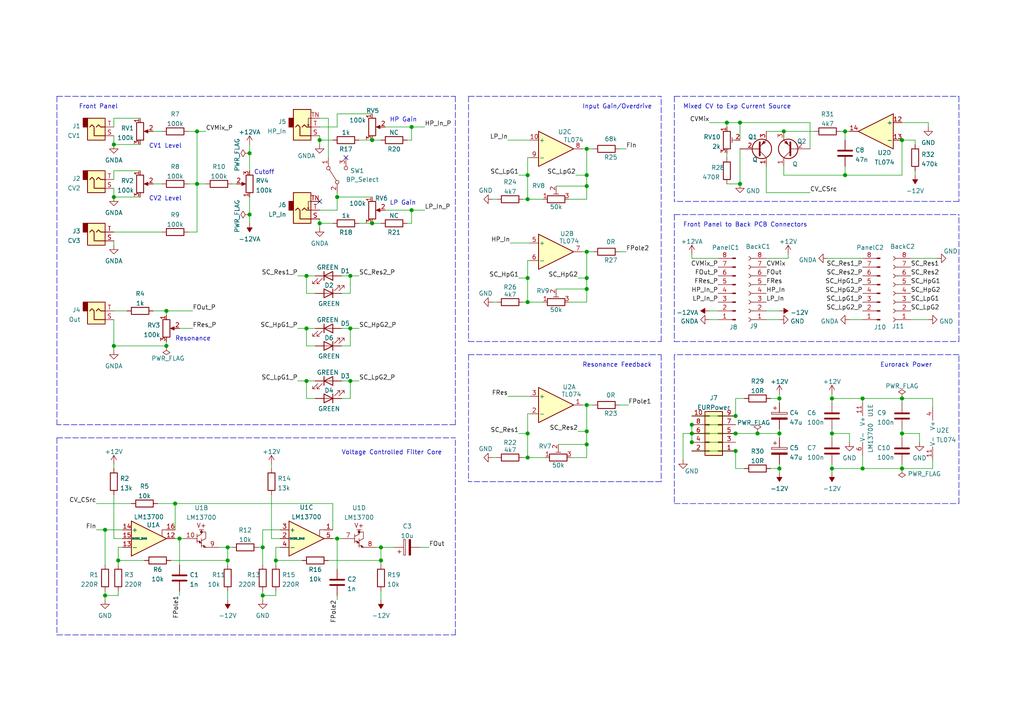
<source format=kicad_sch>
(kicad_sch (version 20210615) (generator eeschema)
  (paper "A4")
  (title_block (title "MS20 Plus - Voltage Controlled Filter") (rev "Rev1") (company "The Synth Project"))
  (junction (at 30.48 153.67) (diameter 1.016))
  (junction (at 30.48 172.72) (diameter 1.016))
  (junction (at 33.02 41.91) (diameter 1.016))
  (junction (at 33.02 57.15) (diameter 1.016))
  (junction (at 33.02 100.33) (diameter 1.016))
  (junction (at 34.29 162.56) (diameter 1.016))
  (junction (at 48.26 90.17) (diameter 1.016))
  (junction (at 48.26 100.33) (diameter 1.016))
  (junction (at 50.8 146.05) (diameter 1.016))
  (junction (at 52.07 156.21) (diameter 1.016))
  (junction (at 57.15 38.1) (diameter 1.016))
  (junction (at 57.15 53.34) (diameter 1.016))
  (junction (at 66.04 158.75) (diameter 1.016))
  (junction (at 66.04 162.56) (diameter 1.016))
  (junction (at 72.39 44.45) (diameter 1.016))
  (junction (at 72.39 62.23) (diameter 1.016))
  (junction (at 76.2 158.75) (diameter 1.016))
  (junction (at 76.2 172.72) (diameter 1.016))
  (junction (at 80.01 162.56) (diameter 1.016))
  (junction (at 88.9 80.01) (diameter 1.016))
  (junction (at 88.9 95.25) (diameter 1.016))
  (junction (at 88.9 110.49) (diameter 1.016))
  (junction (at 92.71 40.64) (diameter 1.016))
  (junction (at 92.71 64.77) (diameter 1.016))
  (junction (at 97.79 57.15) (diameter 1.016))
  (junction (at 97.79 156.21) (diameter 1.016))
  (junction (at 101.6 80.01) (diameter 1.016))
  (junction (at 101.6 95.25) (diameter 1.016))
  (junction (at 101.6 110.49) (diameter 1.016))
  (junction (at 107.95 40.64) (diameter 1.016))
  (junction (at 107.95 64.77) (diameter 1.016))
  (junction (at 110.49 158.75) (diameter 1.016))
  (junction (at 110.49 162.56) (diameter 1.016))
  (junction (at 119.38 36.83) (diameter 1.016))
  (junction (at 119.38 60.96) (diameter 1.016))
  (junction (at 153.035 50.8) (diameter 1.016))
  (junction (at 153.035 57.785) (diameter 1.016))
  (junction (at 153.035 80.645) (diameter 1.016))
  (junction (at 153.035 87.63) (diameter 1.016))
  (junction (at 153.035 125.73) (diameter 1.016))
  (junction (at 153.035 132.715) (diameter 1.016))
  (junction (at 170.18 43.18) (diameter 1.016))
  (junction (at 170.18 50.8) (diameter 1.016))
  (junction (at 170.18 53.975) (diameter 1.016))
  (junction (at 170.18 73.025) (diameter 1.016))
  (junction (at 170.18 80.645) (diameter 1.016))
  (junction (at 170.18 83.82) (diameter 1.016))
  (junction (at 170.18 117.475) (diameter 1.016))
  (junction (at 170.18 125.095) (diameter 1.016))
  (junction (at 170.18 128.905) (diameter 1.016))
  (junction (at 200.66 123.19) (diameter 1.016))
  (junction (at 200.66 125.73) (diameter 1.016))
  (junction (at 200.66 128.27) (diameter 1.016))
  (junction (at 210.82 35.56) (diameter 1.016))
  (junction (at 213.36 120.65) (diameter 1.016))
  (junction (at 213.36 125.73) (diameter 1.016))
  (junction (at 213.36 130.81) (diameter 1.016))
  (junction (at 214.63 35.56) (diameter 1.016))
  (junction (at 214.63 53.34) (diameter 1.016))
  (junction (at 219.71 125.73) (diameter 1.016))
  (junction (at 226.06 115.57) (diameter 1.016))
  (junction (at 226.06 125.73) (diameter 1.016))
  (junction (at 226.06 135.89) (diameter 1.016))
  (junction (at 227.33 38.1) (diameter 1.016))
  (junction (at 241.3 115.57) (diameter 1.016))
  (junction (at 241.3 125.73) (diameter 1.016))
  (junction (at 241.3 135.89) (diameter 1.016))
  (junction (at 245.11 38.1) (diameter 1.016))
  (junction (at 245.11 50.8) (diameter 1.016))
  (junction (at 250.19 115.57) (diameter 1.016))
  (junction (at 250.19 135.89) (diameter 1.016))
  (junction (at 261.62 40.64) (diameter 1.016))
  (junction (at 261.62 115.57) (diameter 1.016))
  (junction (at 261.62 125.73) (diameter 1.016))
  (junction (at 261.62 135.89) (diameter 1.016))
  (no_connect (at 92.71 58.42))
  (no_connect (at 100.33 45.72))
  (wire (pts (xy 27.94 146.05) (xy 38.1 146.05)))
  (wire (pts (xy 27.94 153.67) (xy 30.48 153.67)))
  (wire (pts (xy 30.48 153.67) (xy 30.48 163.83)))
  (wire (pts (xy 30.48 171.45) (xy 30.48 172.72)))
  (wire (pts (xy 30.48 172.72) (xy 30.48 173.99)))
  (wire (pts (xy 30.48 172.72) (xy 34.29 172.72)))
  (wire (pts (xy 33.02 34.29) (xy 40.64 34.29)))
  (wire (pts (xy 33.02 36.83) (xy 33.02 34.29)))
  (wire (pts (xy 33.02 39.37) (xy 33.02 41.91)))
  (wire (pts (xy 33.02 41.91) (xy 40.64 41.91)))
  (wire (pts (xy 33.02 49.53) (xy 40.64 49.53)))
  (wire (pts (xy 33.02 52.07) (xy 33.02 49.53)))
  (wire (pts (xy 33.02 54.61) (xy 33.02 57.15)))
  (wire (pts (xy 33.02 57.15) (xy 40.64 57.15)))
  (wire (pts (xy 33.02 67.31) (xy 46.99 67.31)))
  (wire (pts (xy 33.02 69.85) (xy 33.02 71.12)))
  (wire (pts (xy 33.02 90.17) (xy 36.83 90.17)))
  (wire (pts (xy 33.02 92.71) (xy 33.02 100.33)))
  (wire (pts (xy 33.02 101.6) (xy 33.02 100.33)))
  (wire (pts (xy 33.02 134.62) (xy 33.02 135.89)))
  (wire (pts (xy 33.02 143.51) (xy 33.02 156.21)))
  (wire (pts (xy 33.02 156.21) (xy 35.56 156.21)))
  (wire (pts (xy 34.29 158.75) (xy 34.29 162.56)))
  (wire (pts (xy 34.29 158.75) (xy 35.56 158.75)))
  (wire (pts (xy 34.29 162.56) (xy 34.29 163.83)))
  (wire (pts (xy 34.29 162.56) (xy 41.91 162.56)))
  (wire (pts (xy 34.29 172.72) (xy 34.29 171.45)))
  (wire (pts (xy 35.56 153.67) (xy 30.48 153.67)))
  (wire (pts (xy 44.45 38.1) (xy 46.99 38.1)))
  (wire (pts (xy 44.45 53.34) (xy 46.99 53.34)))
  (wire (pts (xy 44.45 90.17) (xy 48.26 90.17)))
  (wire (pts (xy 45.72 146.05) (xy 50.8 146.05)))
  (wire (pts (xy 48.26 90.17) (xy 55.88 90.17)))
  (wire (pts (xy 48.26 91.44) (xy 48.26 90.17)))
  (wire (pts (xy 48.26 99.06) (xy 48.26 100.33)))
  (wire (pts (xy 48.26 100.33) (xy 33.02 100.33)))
  (wire (pts (xy 49.53 162.56) (xy 66.04 162.56)))
  (wire (pts (xy 50.8 146.05) (xy 96.52 146.05)))
  (wire (pts (xy 50.8 153.67) (xy 50.8 146.05)))
  (wire (pts (xy 50.8 156.21) (xy 52.07 156.21)))
  (wire (pts (xy 52.07 95.25) (xy 55.88 95.25)))
  (wire (pts (xy 52.07 156.21) (xy 52.07 163.83)))
  (wire (pts (xy 52.07 156.21) (xy 53.34 156.21)))
  (wire (pts (xy 52.07 172.72) (xy 52.07 171.45)))
  (wire (pts (xy 54.61 38.1) (xy 57.15 38.1)))
  (wire (pts (xy 54.61 67.31) (xy 57.15 67.31)))
  (wire (pts (xy 57.15 38.1) (xy 57.15 53.34)))
  (wire (pts (xy 57.15 38.1) (xy 59.69 38.1)))
  (wire (pts (xy 57.15 53.34) (xy 54.61 53.34)))
  (wire (pts (xy 57.15 53.34) (xy 59.69 53.34)))
  (wire (pts (xy 57.15 67.31) (xy 57.15 53.34)))
  (wire (pts (xy 63.5 158.75) (xy 66.04 158.75)))
  (wire (pts (xy 66.04 158.75) (xy 66.04 162.56)))
  (wire (pts (xy 66.04 158.75) (xy 67.31 158.75)))
  (wire (pts (xy 66.04 162.56) (xy 66.04 163.83)))
  (wire (pts (xy 66.04 171.45) (xy 66.04 173.99)))
  (wire (pts (xy 67.31 53.34) (xy 68.58 53.34)))
  (wire (pts (xy 72.39 41.91) (xy 72.39 44.45)))
  (wire (pts (xy 72.39 44.45) (xy 72.39 49.53)))
  (wire (pts (xy 72.39 57.15) (xy 72.39 62.23)))
  (wire (pts (xy 72.39 62.23) (xy 72.39 64.77)))
  (wire (pts (xy 74.93 158.75) (xy 76.2 158.75)))
  (wire (pts (xy 76.2 153.67) (xy 81.28 153.67)))
  (wire (pts (xy 76.2 158.75) (xy 76.2 153.67)))
  (wire (pts (xy 76.2 163.83) (xy 76.2 158.75)))
  (wire (pts (xy 76.2 171.45) (xy 76.2 172.72)))
  (wire (pts (xy 76.2 172.72) (xy 76.2 173.99)))
  (wire (pts (xy 76.2 172.72) (xy 80.01 172.72)))
  (wire (pts (xy 78.74 134.62) (xy 78.74 135.89)))
  (wire (pts (xy 78.74 143.51) (xy 78.74 156.21)))
  (wire (pts (xy 78.74 156.21) (xy 81.28 156.21)))
  (wire (pts (xy 80.01 158.75) (xy 80.01 162.56)))
  (wire (pts (xy 80.01 162.56) (xy 80.01 163.83)))
  (wire (pts (xy 80.01 162.56) (xy 87.63 162.56)))
  (wire (pts (xy 80.01 172.72) (xy 80.01 171.45)))
  (wire (pts (xy 81.28 158.75) (xy 80.01 158.75)))
  (wire (pts (xy 86.36 80.01) (xy 88.9 80.01)))
  (wire (pts (xy 86.36 95.25) (xy 88.9 95.25)))
  (wire (pts (xy 86.36 110.49) (xy 88.9 110.49)))
  (wire (pts (xy 88.9 80.01) (xy 88.9 85.09)))
  (wire (pts (xy 88.9 85.09) (xy 91.44 85.09)))
  (wire (pts (xy 88.9 95.25) (xy 88.9 100.33)))
  (wire (pts (xy 88.9 100.33) (xy 91.44 100.33)))
  (wire (pts (xy 88.9 110.49) (xy 88.9 115.57)))
  (wire (pts (xy 88.9 115.57) (xy 91.44 115.57)))
  (wire (pts (xy 91.44 80.01) (xy 88.9 80.01)))
  (wire (pts (xy 91.44 95.25) (xy 88.9 95.25)))
  (wire (pts (xy 91.44 110.49) (xy 88.9 110.49)))
  (wire (pts (xy 92.71 36.83) (xy 97.79 36.83)))
  (wire (pts (xy 92.71 39.37) (xy 92.71 40.64)))
  (wire (pts (xy 92.71 40.64) (xy 92.71 41.91)))
  (wire (pts (xy 92.71 40.64) (xy 96.52 40.64)))
  (wire (pts (xy 92.71 63.5) (xy 92.71 64.77)))
  (wire (pts (xy 92.71 64.77) (xy 92.71 66.04)))
  (wire (pts (xy 92.71 64.77) (xy 96.52 64.77)))
  (wire (pts (xy 95.25 34.29) (xy 92.71 34.29)))
  (wire (pts (xy 95.25 45.72) (xy 95.25 34.29)))
  (wire (pts (xy 95.25 162.56) (xy 110.49 162.56)))
  (wire (pts (xy 96.52 146.05) (xy 96.52 153.67)))
  (wire (pts (xy 96.52 156.21) (xy 97.79 156.21)))
  (wire (pts (xy 97.79 33.02) (xy 107.95 33.02)))
  (wire (pts (xy 97.79 36.83) (xy 97.79 33.02)))
  (wire (pts (xy 97.79 55.88) (xy 97.79 57.15)))
  (wire (pts (xy 97.79 57.15) (xy 97.79 60.96)))
  (wire (pts (xy 97.79 60.96) (xy 92.71 60.96)))
  (wire (pts (xy 97.79 156.21) (xy 97.79 165.1)))
  (wire (pts (xy 97.79 156.21) (xy 99.06 156.21)))
  (wire (pts (xy 97.79 173.99) (xy 97.79 172.72)))
  (wire (pts (xy 99.06 80.01) (xy 101.6 80.01)))
  (wire (pts (xy 99.06 85.09) (xy 101.6 85.09)))
  (wire (pts (xy 99.06 95.25) (xy 101.6 95.25)))
  (wire (pts (xy 99.06 100.33) (xy 101.6 100.33)))
  (wire (pts (xy 99.06 110.49) (xy 101.6 110.49)))
  (wire (pts (xy 99.06 115.57) (xy 101.6 115.57)))
  (wire (pts (xy 101.6 80.01) (xy 104.14 80.01)))
  (wire (pts (xy 101.6 85.09) (xy 101.6 80.01)))
  (wire (pts (xy 101.6 95.25) (xy 104.14 95.25)))
  (wire (pts (xy 101.6 100.33) (xy 101.6 95.25)))
  (wire (pts (xy 101.6 110.49) (xy 104.14 110.49)))
  (wire (pts (xy 101.6 115.57) (xy 101.6 110.49)))
  (wire (pts (xy 104.14 40.64) (xy 107.95 40.64)))
  (wire (pts (xy 104.14 64.77) (xy 107.95 64.77)))
  (wire (pts (xy 107.95 40.64) (xy 110.49 40.64)))
  (wire (pts (xy 107.95 57.15) (xy 97.79 57.15)))
  (wire (pts (xy 107.95 64.77) (xy 110.49 64.77)))
  (wire (pts (xy 109.22 158.75) (xy 110.49 158.75)))
  (wire (pts (xy 110.49 158.75) (xy 114.3 158.75)))
  (wire (pts (xy 110.49 162.56) (xy 110.49 158.75)))
  (wire (pts (xy 110.49 162.56) (xy 110.49 163.83)))
  (wire (pts (xy 110.49 171.45) (xy 110.49 173.99)))
  (wire (pts (xy 111.76 36.83) (xy 119.38 36.83)))
  (wire (pts (xy 111.76 60.96) (xy 119.38 60.96)))
  (wire (pts (xy 118.11 40.64) (xy 119.38 40.64)))
  (wire (pts (xy 118.11 64.77) (xy 119.38 64.77)))
  (wire (pts (xy 119.38 36.83) (xy 123.19 36.83)))
  (wire (pts (xy 119.38 40.64) (xy 119.38 36.83)))
  (wire (pts (xy 119.38 60.96) (xy 119.38 64.77)))
  (wire (pts (xy 119.38 60.96) (xy 123.19 60.96)))
  (wire (pts (xy 121.92 158.75) (xy 124.46 158.75)))
  (wire (pts (xy 142.875 57.785) (xy 144.145 57.785)))
  (wire (pts (xy 142.875 87.63) (xy 144.145 87.63)))
  (wire (pts (xy 142.875 132.715) (xy 144.145 132.715)))
  (wire (pts (xy 147.32 40.64) (xy 153.67 40.64)))
  (wire (pts (xy 147.32 114.935) (xy 153.67 114.935)))
  (wire (pts (xy 147.955 70.485) (xy 153.67 70.485)))
  (wire (pts (xy 150.495 50.8) (xy 153.035 50.8)))
  (wire (pts (xy 150.495 80.645) (xy 153.035 80.645)))
  (wire (pts (xy 150.495 125.73) (xy 153.035 125.73)))
  (wire (pts (xy 151.765 57.785) (xy 153.035 57.785)))
  (wire (pts (xy 151.765 87.63) (xy 153.035 87.63)))
  (wire (pts (xy 151.765 132.715) (xy 153.035 132.715)))
  (wire (pts (xy 153.035 45.72) (xy 153.67 45.72)))
  (wire (pts (xy 153.035 50.8) (xy 153.035 45.72)))
  (wire (pts (xy 153.035 57.785) (xy 153.035 50.8)))
  (wire (pts (xy 153.035 75.565) (xy 153.035 80.645)))
  (wire (pts (xy 153.035 80.645) (xy 153.035 87.63)))
  (wire (pts (xy 153.035 120.015) (xy 153.035 125.73)))
  (wire (pts (xy 153.035 125.73) (xy 153.035 132.715)))
  (wire (pts (xy 153.67 75.565) (xy 153.035 75.565)))
  (wire (pts (xy 153.67 120.015) (xy 153.035 120.015)))
  (wire (pts (xy 157.48 57.785) (xy 153.035 57.785)))
  (wire (pts (xy 157.48 87.63) (xy 153.035 87.63)))
  (wire (pts (xy 158.115 132.715) (xy 153.035 132.715)))
  (wire (pts (xy 161.29 53.975) (xy 170.18 53.975)))
  (wire (pts (xy 161.29 83.82) (xy 170.18 83.82)))
  (wire (pts (xy 161.925 128.905) (xy 170.18 128.905)))
  (wire (pts (xy 168.91 43.18) (xy 170.18 43.18)))
  (wire (pts (xy 168.91 73.025) (xy 170.18 73.025)))
  (wire (pts (xy 168.91 117.475) (xy 170.18 117.475)))
  (wire (pts (xy 170.18 43.18) (xy 170.18 50.8)))
  (wire (pts (xy 170.18 43.18) (xy 172.085 43.18)))
  (wire (pts (xy 170.18 50.8) (xy 167.005 50.8)))
  (wire (pts (xy 170.18 53.975) (xy 170.18 50.8)))
  (wire (pts (xy 170.18 53.975) (xy 170.18 57.785)))
  (wire (pts (xy 170.18 57.785) (xy 165.1 57.785)))
  (wire (pts (xy 170.18 73.025) (xy 170.18 80.645)))
  (wire (pts (xy 170.18 73.025) (xy 172.085 73.025)))
  (wire (pts (xy 170.18 80.645) (xy 167.64 80.645)))
  (wire (pts (xy 170.18 83.82) (xy 170.18 80.645)))
  (wire (pts (xy 170.18 83.82) (xy 170.18 87.63)))
  (wire (pts (xy 170.18 87.63) (xy 165.1 87.63)))
  (wire (pts (xy 170.18 117.475) (xy 170.18 125.095)))
  (wire (pts (xy 170.18 117.475) (xy 172.085 117.475)))
  (wire (pts (xy 170.18 125.095) (xy 167.64 125.095)))
  (wire (pts (xy 170.18 128.905) (xy 170.18 125.095)))
  (wire (pts (xy 170.18 128.905) (xy 170.18 132.715)))
  (wire (pts (xy 170.18 132.715) (xy 165.735 132.715)))
  (wire (pts (xy 179.705 43.18) (xy 181.61 43.18)))
  (wire (pts (xy 179.705 73.025) (xy 181.61 73.025)))
  (wire (pts (xy 179.705 117.475) (xy 182.245 117.475)))
  (wire (pts (xy 198.12 125.73) (xy 198.12 133.35)))
  (wire (pts (xy 198.12 125.73) (xy 200.66 125.73)))
  (wire (pts (xy 200.66 73.66) (xy 200.66 74.93)))
  (wire (pts (xy 200.66 74.93) (xy 208.28 74.93)))
  (wire (pts (xy 200.66 120.65) (xy 213.36 120.65)))
  (wire (pts (xy 200.66 123.19) (xy 200.66 125.73)))
  (wire (pts (xy 200.66 125.73) (xy 200.66 128.27)))
  (wire (pts (xy 200.66 125.73) (xy 213.36 125.73)))
  (wire (pts (xy 200.66 128.27) (xy 213.36 128.27)))
  (wire (pts (xy 200.66 130.81) (xy 213.36 130.81)))
  (wire (pts (xy 205.74 35.56) (xy 210.82 35.56)))
  (wire (pts (xy 205.74 90.17) (xy 208.28 90.17)))
  (wire (pts (xy 205.74 92.71) (xy 208.28 92.71)))
  (wire (pts (xy 210.82 35.56) (xy 214.63 35.56)))
  (wire (pts (xy 210.82 36.83) (xy 210.82 35.56)))
  (wire (pts (xy 210.82 45.72) (xy 210.82 44.45)))
  (wire (pts (xy 210.82 53.34) (xy 214.63 53.34)))
  (wire (pts (xy 213.36 115.57) (xy 215.9 115.57)))
  (wire (pts (xy 213.36 120.65) (xy 213.36 115.57)))
  (wire (pts (xy 213.36 123.19) (xy 200.66 123.19)))
  (wire (pts (xy 213.36 125.73) (xy 219.71 125.73)))
  (wire (pts (xy 213.36 130.81) (xy 213.36 135.89)))
  (wire (pts (xy 213.36 135.89) (xy 215.9 135.89)))
  (wire (pts (xy 214.63 35.56) (xy 214.63 40.64)))
  (wire (pts (xy 214.63 35.56) (xy 234.95 35.56)))
  (wire (pts (xy 214.63 43.18) (xy 214.63 53.34)))
  (wire (pts (xy 219.71 125.73) (xy 226.06 125.73)))
  (wire (pts (xy 222.25 38.1) (xy 227.33 38.1)))
  (wire (pts (xy 222.25 48.26) (xy 222.25 55.88)))
  (wire (pts (xy 222.25 90.17) (xy 226.06 90.17)))
  (wire (pts (xy 222.25 92.71) (xy 226.06 92.71)))
  (wire (pts (xy 223.52 115.57) (xy 226.06 115.57)))
  (wire (pts (xy 223.52 135.89) (xy 226.06 135.89)))
  (wire (pts (xy 226.06 114.3) (xy 226.06 115.57)))
  (wire (pts (xy 226.06 115.57) (xy 226.06 116.84)))
  (wire (pts (xy 226.06 124.46) (xy 226.06 125.73)))
  (wire (pts (xy 226.06 125.73) (xy 226.06 127)))
  (wire (pts (xy 226.06 134.62) (xy 226.06 135.89)))
  (wire (pts (xy 226.06 135.89) (xy 226.06 137.16)))
  (wire (pts (xy 227.33 38.1) (xy 236.22 38.1)))
  (wire (pts (xy 227.33 48.26) (xy 227.33 50.8)))
  (wire (pts (xy 227.33 50.8) (xy 245.11 50.8)))
  (wire (pts (xy 228.6 73.66) (xy 228.6 74.93)))
  (wire (pts (xy 228.6 74.93) (xy 222.25 74.93)))
  (wire (pts (xy 234.95 35.56) (xy 234.95 43.18)))
  (wire (pts (xy 234.95 55.88) (xy 222.25 55.88)))
  (wire (pts (xy 240.03 74.93) (xy 250.19 74.93)))
  (wire (pts (xy 241.3 114.3) (xy 241.3 115.57)))
  (wire (pts (xy 241.3 115.57) (xy 250.19 115.57)))
  (wire (pts (xy 241.3 116.84) (xy 241.3 115.57)))
  (wire (pts (xy 241.3 124.46) (xy 241.3 125.73)))
  (wire (pts (xy 241.3 125.73) (xy 241.3 127)))
  (wire (pts (xy 241.3 125.73) (xy 246.38 125.73)))
  (wire (pts (xy 241.3 135.89) (xy 241.3 134.62)))
  (wire (pts (xy 241.3 135.89) (xy 241.3 137.16)))
  (wire (pts (xy 243.84 38.1) (xy 245.11 38.1)))
  (wire (pts (xy 245.11 38.1) (xy 245.11 40.64)))
  (wire (pts (xy 245.11 48.26) (xy 245.11 50.8)))
  (wire (pts (xy 245.11 50.8) (xy 261.62 50.8)))
  (wire (pts (xy 246.38 38.1) (xy 245.11 38.1)))
  (wire (pts (xy 246.38 92.71) (xy 250.19 92.71)))
  (wire (pts (xy 246.38 125.73) (xy 246.38 128.27)))
  (wire (pts (xy 250.19 115.57) (xy 250.19 116.84)))
  (wire (pts (xy 250.19 132.08) (xy 250.19 135.89)))
  (wire (pts (xy 250.19 135.89) (xy 241.3 135.89)))
  (wire (pts (xy 250.19 135.89) (xy 261.62 135.89)))
  (wire (pts (xy 261.62 35.56) (xy 269.24 35.56)))
  (wire (pts (xy 261.62 40.64) (xy 265.43 40.64)))
  (wire (pts (xy 261.62 50.8) (xy 261.62 40.64)))
  (wire (pts (xy 261.62 115.57) (xy 250.19 115.57)))
  (wire (pts (xy 261.62 115.57) (xy 261.62 116.84)))
  (wire (pts (xy 261.62 124.46) (xy 261.62 125.73)))
  (wire (pts (xy 261.62 125.73) (xy 261.62 127)))
  (wire (pts (xy 261.62 134.62) (xy 261.62 135.89)))
  (wire (pts (xy 261.62 135.89) (xy 270.51 135.89)))
  (wire (pts (xy 264.16 74.93) (xy 271.78 74.93)))
  (wire (pts (xy 264.16 92.71) (xy 269.24 92.71)))
  (wire (pts (xy 265.43 41.91) (xy 265.43 40.64)))
  (wire (pts (xy 265.43 49.53) (xy 265.43 50.8)))
  (wire (pts (xy 266.7 125.73) (xy 261.62 125.73)))
  (wire (pts (xy 266.7 128.27) (xy 266.7 125.73)))
  (wire (pts (xy 269.24 36.83) (xy 269.24 35.56)))
  (wire (pts (xy 270.51 115.57) (xy 261.62 115.57)))
  (wire (pts (xy 270.51 118.11) (xy 270.51 115.57)))
  (wire (pts (xy 270.51 135.89) (xy 270.51 133.35)))
  (polyline (pts (xy 16.51 27.94) (xy 16.51 123.19)) (stroke (width 0) (type dash)))
  (polyline (pts (xy 16.51 27.94) (xy 132.08 27.94)) (stroke (width 0) (type dash)))
  (polyline (pts (xy 16.51 127) (xy 16.51 184.15)) (stroke (width 0) (type dash)))
  (polyline (pts (xy 16.51 127) (xy 132.08 127)) (stroke (width 0) (type dash)))
  (polyline (pts (xy 16.51 184.15) (xy 132.08 184.15)) (stroke (width 0) (type dash)))
  (polyline (pts (xy 132.08 27.94) (xy 132.08 123.19)) (stroke (width 0) (type dash)))
  (polyline (pts (xy 132.08 123.19) (xy 16.51 123.19)) (stroke (width 0) (type dash)))
  (polyline (pts (xy 132.08 184.15) (xy 132.08 127)) (stroke (width 0) (type dash)))
  (polyline (pts (xy 135.89 27.94) (xy 135.89 99.06)) (stroke (width 0) (type dash)))
  (polyline (pts (xy 135.89 27.94) (xy 191.77 27.94)) (stroke (width 0) (type dash)))
  (polyline (pts (xy 135.89 99.06) (xy 191.77 99.06)) (stroke (width 0) (type dash)))
  (polyline (pts (xy 135.89 102.87) (xy 135.89 139.7)) (stroke (width 0) (type dash)))
  (polyline (pts (xy 135.89 102.87) (xy 191.77 102.87)) (stroke (width 0) (type dash)))
  (polyline (pts (xy 191.77 99.06) (xy 191.77 27.94)) (stroke (width 0) (type dash)))
  (polyline (pts (xy 191.77 102.87) (xy 191.77 139.7)) (stroke (width 0) (type dash)))
  (polyline (pts (xy 191.77 139.7) (xy 135.89 139.7)) (stroke (width 0) (type dash)))
  (polyline (pts (xy 195.58 27.94) (xy 195.58 58.42)) (stroke (width 0) (type dash)))
  (polyline (pts (xy 195.58 27.94) (xy 278.13 27.94)) (stroke (width 0) (type dash)))
  (polyline (pts (xy 195.58 62.23) (xy 195.58 99.06)) (stroke (width 0) (type dash)))
  (polyline (pts (xy 195.58 62.23) (xy 278.13 62.23)) (stroke (width 0) (type dash)))
  (polyline (pts (xy 195.58 99.06) (xy 278.13 99.06)) (stroke (width 0) (type dash)))
  (polyline (pts (xy 195.58 102.87) (xy 195.58 146.05)) (stroke (width 0) (type dash)))
  (polyline (pts (xy 195.58 146.05) (xy 278.13 146.05)) (stroke (width 0) (type dash)))
  (polyline (pts (xy 278.13 27.94) (xy 278.13 58.42)) (stroke (width 0) (type dash)))
  (polyline (pts (xy 278.13 58.42) (xy 195.58 58.42)) (stroke (width 0) (type dash)))
  (polyline (pts (xy 278.13 99.06) (xy 278.13 62.23)) (stroke (width 0) (type dash)))
  (polyline (pts (xy 278.13 102.87) (xy 195.58 102.87)) (stroke (width 0) (type dash)))
  (polyline (pts (xy 278.13 146.05) (xy 278.13 102.87)) (stroke (width 0) (type dash)))
  (text "Front Panel" (at 22.86 31.75 0) (effects (font (size 1.27 1.27)) (justify left bottom)))
  (text "CV1 Level" (at 43.18 43.18 0) (effects (font (size 1.27 1.27)) (justify left bottom)))
  (text "CV2 Level" (at 43.18 58.42 0) (effects (font (size 1.27 1.27)) (justify left bottom)))
  (text "Resonance" (at 50.8 99.06 0) (effects (font (size 1.27 1.27)) (justify left bottom)))
  (text "Cutoff\n" (at 73.66 50.8 0) (effects (font (size 1.27 1.27)) (justify left bottom)))
  (text "Voltage Controlled Filter Core" (at 99.06 132.08 0) (effects (font (size 1.27 1.27)) (justify left bottom)))
  (text "HP Gain" (at 113.03 35.56 0) (effects (font (size 1.27 1.27)) (justify left bottom)))
  (text "LP Gain" (at 113.03 59.69 0) (effects (font (size 1.27 1.27)) (justify left bottom)))
  (text "Input Gain/Overdrive\n" (at 168.91 31.75 0) (effects (font (size 1.27 1.27)) (justify left bottom)))
  (text "Resonance Feedback" (at 168.91 106.68 0) (effects (font (size 1.27 1.27)) (justify left bottom)))
  (text "Mixed CV to Exp Current Source" (at 198.12 31.75 0) (effects (font (size 1.27 1.27)) (justify left bottom)))
  (text "Front Panel to Back PCB Connectors\n" (at 198.12 66.04 0) (effects (font (size 1.27 1.27)) (justify left bottom)))
  (text "Eurorack Power" (at 255.27 106.68 0) (effects (font (size 1.27 1.27)) (justify left bottom)))
  (label "CV_CSrc" (at 27.94 146.05 180))
  (label "FIn" (at 27.94 153.67 180))
  (label "FPole1" (at 52.07 172.72 270))
  (label "FOut_P" (at 55.88 90.17 0))
  (label "FRes_P" (at 55.88 95.25 0))
  (label "CVMix_P" (at 59.69 38.1 0))
  (label "SC_Res1_P" (at 86.36 80.01 180))
  (label "SC_HpG1_P" (at 86.36 95.25 180))
  (label "SC_LpG1_P" (at 86.36 110.49 180))
  (label "FPole2" (at 97.79 173.99 270))
  (label "SC_Res2_P" (at 104.14 80.01 0))
  (label "SC_HpG2_P" (at 104.14 95.25 0))
  (label "SC_LpG2_P" (at 104.14 110.49 0))
  (label "HP_In_P" (at 123.19 36.83 0))
  (label "LP_In_P" (at 123.19 60.96 0))
  (label "FOut" (at 124.46 158.75 0))
  (label "LP_In" (at 147.32 40.64 180))
  (label "FRes" (at 147.32 114.935 180))
  (label "HP_In" (at 147.955 70.485 180))
  (label "SC_LpG1" (at 150.495 50.8 180))
  (label "SC_HpG1" (at 150.495 80.645 180))
  (label "SC_Res1" (at 150.495 125.73 180))
  (label "SC_LpG2" (at 167.005 50.8 180))
  (label "SC_HpG2" (at 167.64 80.645 180))
  (label "SC_Res2" (at 167.64 125.095 180))
  (label "FIn" (at 181.61 43.18 0))
  (label "FPole2" (at 181.61 73.025 0))
  (label "FPole1" (at 182.245 117.475 0))
  (label "CVMix" (at 205.74 35.56 180))
  (label "CVMix_P" (at 208.28 77.47 180))
  (label "FOut_P" (at 208.28 80.01 180))
  (label "FRes_P" (at 208.28 82.55 180))
  (label "HP_In_P" (at 208.28 85.09 180))
  (label "LP_In_P" (at 208.28 87.63 180))
  (label "CVMix" (at 222.25 77.47 0))
  (label "FOut" (at 222.25 80.01 0))
  (label "FRes" (at 222.25 82.55 0))
  (label "HP_In" (at 222.25 85.09 0))
  (label "LP_In" (at 222.25 87.63 0))
  (label "CV_CSrc" (at 234.95 55.88 0))
  (label "SC_Res1_P" (at 250.19 77.47 180))
  (label "SC_Res2_P" (at 250.19 80.01 180))
  (label "SC_HpG1_P" (at 250.19 82.55 180))
  (label "SC_HpG2_P" (at 250.19 85.09 180))
  (label "SC_LpG1_P" (at 250.19 87.63 180))
  (label "SC_LpG2_P" (at 250.19 90.17 180))
  (label "SC_Res1" (at 264.16 77.47 0))
  (label "SC_Res2" (at 264.16 80.01 0))
  (label "SC_HpG1" (at 264.16 82.55 0))
  (label "SC_HpG2" (at 264.16 85.09 0))
  (label "SC_LpG1" (at 264.16 87.63 0))
  (label "SC_LpG2" (at 264.16 90.17 0))
  (symbol (lib_id "power:+12V") (at 33.02 134.62 0) (unit 1)
    (property "Reference" "#PWR06" (effects hide))
    (property "Value" "+12V" (at 33.02 131.0154 0))
  )
  (symbol (lib_id "power:-12V") (at 66.04 173.99 180) (unit 1)
    (property "Reference" "#PWR07" (effects hide))
    (property "Value" "-12V" (at 66.04 178.5526 0))
  )
  (symbol (lib_id "power:+12VA") (at 72.39 41.91 0) (unit 1)
    (property "Reference" "#PWR08" (effects hide))
    (property "Value" "+12VA" (at 72.39 38.3054 0))
  )
  (symbol (lib_id "power:-12VA") (at 72.39 64.77 180) (unit 1)
    (property "Reference" "#PWR09" (effects hide))
    (property "Value" "-12VA" (at 72.39 69.3326 0))
  )
  (symbol (lib_id "power:+12V") (at 78.74 134.62 0) (unit 1)
    (property "Reference" "#PWR011" (effects hide))
    (property "Value" "+12V" (at 78.74 131.0154 0))
  )
  (symbol (lib_id "power:-12V") (at 110.49 173.99 180) (unit 1)
    (property "Reference" "#PWR014" (effects hide))
    (property "Value" "-12V" (at 110.49 178.5526 0))
  )
  (symbol (lib_id "power:+12VA") (at 200.66 73.66 0) (unit 1)
    (property "Reference" "#PWR019" (effects hide))
    (property "Value" "+12VA" (at 200.66 70.0554 0))
  )
  (symbol (lib_id "power:-12VA") (at 205.74 90.17 90) (unit 1)
    (property "Reference" "#PWR020" (effects hide))
    (property "Value" "-12VA" (at 202.5649 90.649 90) (effects (justify left)))
  )
  (symbol (lib_id "power:-12V") (at 226.06 90.17 270) (unit 1)
    (property "Reference" "#PWR023" (effects hide))
    (property "Value" "-12V" (at 229.2351 90.649 90) (effects (justify left)))
  )
  (symbol (lib_id "power:+12V") (at 226.06 114.3 0) (unit 1)
    (property "Reference" "#PWR025" (effects hide))
    (property "Value" "+12V" (at 226.06 110.6954 0))
  )
  (symbol (lib_id "power:-12V") (at 226.06 137.16 180) (unit 1)
    (property "Reference" "#PWR026" (effects hide))
    (property "Value" "-12V" (at 226.06 141.7226 0))
  )
  (symbol (lib_id "power:+12V") (at 228.6 73.66 0) (unit 1)
    (property "Reference" "#PWR027" (effects hide))
    (property "Value" "+12V" (at 228.6 70.0554 0))
  )
  (symbol (lib_id "power:+12V") (at 241.3 114.3 0) (unit 1)
    (property "Reference" "#PWR029" (effects hide))
    (property "Value" "+12V" (at 241.3 110.6954 0))
  )
  (symbol (lib_id "power:-12V") (at 241.3 137.16 180) (unit 1)
    (property "Reference" "#PWR030" (effects hide))
    (property "Value" "-12V" (at 241.3 141.7226 0))
  )
  (symbol (lib_id "power:-12V") (at 265.43 50.8 180) (unit 1)
    (property "Reference" "#PWR033" (effects hide))
    (property "Value" "-12V" (at 265.43 55.3626 0))
  )
  (symbol (lib_id "power:PWR_FLAG") (at 48.26 100.33 180) (unit 1)
    (property "Reference" "#FLG0106" (effects hide))
    (property "Value" "PWR_FLAG" (at 48.7194 103.9495 0))
  )
  (symbol (lib_id "power:PWR_FLAG") (at 72.39 44.45 90) (unit 1)
    (property "Reference" "#FLG0104" (effects hide))
    (property "Value" "PWR_FLAG" (at 68.7705 44.9094 0))
  )
  (symbol (lib_id "power:PWR_FLAG") (at 72.39 62.23 90) (unit 1)
    (property "Reference" "#FLG0105" (effects hide))
    (property "Value" "PWR_FLAG" (at 68.7705 62.6894 0))
  )
  (symbol (lib_id "power:PWR_FLAG") (at 219.71 125.73 0) (unit 1)
    (property "Reference" "#FLG0101" (effects hide))
    (property "Value" "PWR_FLAG" (at 213.7411 122.5895 0) (effects (justify left)))
  )
  (symbol (lib_id "power:PWR_FLAG") (at 261.62 115.57 0) (unit 1)
    (property "Reference" "#FLG0102" (effects hide))
    (property "Value" "PWR_FLAG" (at 261.62 111.9654 0))
  )
  (symbol (lib_id "power:PWR_FLAG") (at 261.62 135.89 180) (unit 1)
    (property "Reference" "#FLG0103" (effects hide))
    (property "Value" "PWR_FLAG" (at 263.2711 137.4485 0) (effects (justify right)))
  )
  (symbol (lib_id "power:GND") (at 30.48 173.99 0) (unit 1)
    (property "Reference" "#PWR01" (effects hide))
    (property "Value" "GND" (at 30.48 178.5526 0))
  )
  (symbol (lib_id "power:GNDA") (at 33.02 41.91 0) (unit 1)
    (property "Reference" "#PWR02" (effects hide))
    (property "Value" "GNDA" (at 33.02 46.4726 0))
  )
  (symbol (lib_id "power:GNDA") (at 33.02 57.15 0) (unit 1)
    (property "Reference" "#PWR03" (effects hide))
    (property "Value" "GNDA" (at 33.02 61.7126 0))
  )
  (symbol (lib_id "power:GNDA") (at 33.02 71.12 0) (unit 1)
    (property "Reference" "#PWR04" (effects hide))
    (property "Value" "GNDA" (at 33.02 75.6826 0))
  )
  (symbol (lib_id "power:GNDA") (at 33.02 101.6 0) (unit 1)
    (property "Reference" "#PWR05" (effects hide))
    (property "Value" "GNDA" (at 33.02 106.1626 0))
  )
  (symbol (lib_id "power:GND") (at 76.2 173.99 0) (unit 1)
    (property "Reference" "#PWR010" (effects hide))
    (property "Value" "GND" (at 76.2 178.5526 0))
  )
  (symbol (lib_id "power:GNDA") (at 92.71 41.91 0) (unit 1)
    (property "Reference" "#PWR012" (effects hide))
    (property "Value" "GNDA" (at 88.9 45.2026 0))
  )
  (symbol (lib_id "power:GNDA") (at 92.71 66.04 0) (unit 1)
    (property "Reference" "#PWR013" (effects hide))
    (property "Value" "GNDA" (at 92.71 70.6026 0))
  )
  (symbol (lib_id "power:GND") (at 142.875 57.785 270) (mirror x) (unit 1)
    (property "Reference" "#PWR016" (effects hide))
    (property "Value" "GND" (at 140.8524 55.245 90))
  )
  (symbol (lib_id "power:GND") (at 142.875 87.63 270) (mirror x) (unit 1)
    (property "Reference" "#PWR017" (effects hide))
    (property "Value" "GND" (at 140.8524 85.09 90))
  )
  (symbol (lib_id "power:GND") (at 142.875 132.715 270) (mirror x) (unit 1)
    (property "Reference" "#PWR0101" (effects hide))
    (property "Value" "GND" (at 140.8524 130.175 90))
  )
  (symbol (lib_id "power:GND") (at 198.12 133.35 0) (unit 1)
    (property "Reference" "#PWR018" (effects hide))
    (property "Value" "GND" (at 200.66 136.6426 0))
  )
  (symbol (lib_id "power:GNDA") (at 205.74 92.71 270) (unit 1)
    (property "Reference" "#PWR021" (effects hide))
    (property "Value" "GNDA" (at 202.5649 93.189 90) (effects (justify right)))
  )
  (symbol (lib_id "power:GND") (at 214.63 53.34 0) (unit 1)
    (property "Reference" "#PWR022" (effects hide))
    (property "Value" "GND" (at 218.44 55.3626 0))
  )
  (symbol (lib_id "power:GND") (at 226.06 92.71 90) (unit 1)
    (property "Reference" "#PWR024" (effects hide))
    (property "Value" "GND" (at 229.2351 93.189 90) (effects (justify right)))
  )
  (symbol (lib_id "power:GNDA") (at 240.03 74.93 270) (unit 1)
    (property "Reference" "#PWR028" (effects hide))
    (property "Value" "GNDA" (at 236.8549 75.409 90) (effects (justify right)))
  )
  (symbol (lib_id "power:GNDA") (at 246.38 92.71 270) (unit 1)
    (property "Reference" "#PWR031" (effects hide))
    (property "Value" "GNDA" (at 243.2049 93.189 90) (effects (justify right)))
  )
  (symbol (lib_id "power:GND") (at 246.38 128.27 0) (unit 1)
    (property "Reference" "#PWR032" (effects hide))
    (property "Value" "GND" (at 246.38 132.8326 0))
  )
  (symbol (lib_id "power:GND") (at 266.7 128.27 0) (unit 1)
    (property "Reference" "#PWR034" (effects hide))
    (property "Value" "GND" (at 266.7 132.8326 0))
  )
  (symbol (lib_id "power:GND") (at 269.24 36.83 0) (unit 1)
    (property "Reference" "#PWR035" (effects hide))
    (property "Value" "GND" (at 269.24 41.3926 0))
  )
  (symbol (lib_id "power:GND") (at 269.24 92.71 90) (unit 1)
    (property "Reference" "#PWR036" (effects hide))
    (property "Value" "GND" (at 272.4151 93.189 90) (effects (justify right)))
  )
  (symbol (lib_id "power:GND") (at 271.78 74.93 90) (unit 1)
    (property "Reference" "#PWR037" (effects hide))
    (property "Value" "GND" (at 273.6851 72.869 90) (effects (justify right)))
  )
  (symbol (lib_id "Amplifier_Operational:LM13700") (at 252.73 124.46 0) (unit 5)
    (property "Reference" "U1" (at 252.4761 121.0115 90) (effects (justify left)))
    (property "Value" "LM13700" (at 252.4761 131.4066 90) (effects (justify left)))
    (property "Footprint" "Package_DIP:DIP-16_W7.62mm" (effects hide))
    (property "Datasheet" "http://www.ti.com/lit/ds/symlink/lm13700.pdf" (effects hide))
  )
  (symbol (lib_id "Amplifier_Operational:TL074") (at 273.05 125.73 0) (unit 5)
    (property "Reference" "U2" (at 271.5261 124.8215 0) (effects (justify left)))
    (property "Value" "TL074" (at 271.5261 127.5966 0) (effects (justify left)))
    (property "Footprint" "Package_DIP:DIP-14_W7.62mm" (effects hide))
    (property "Datasheet" "http://www.ti.com/lit/ds/symlink/tl071.pdf" (effects hide))
  )
  (symbol (lib_id "Device:R") (at 30.48 167.64 0) (unit 1)
    (property "Reference" "R1" (at 25.9081 166.7315 0) (effects (justify left)))
    (property "Value" "220R" (at 23.3681 169.5066 0) (effects (justify left)))
    (property "Footprint" "Resistor_THT:R_Axial_DIN0207_L6.3mm_D2.5mm_P7.62mm_Horizontal" (effects hide))
  )
  (symbol (lib_id "Device:R") (at 33.02 139.7 0) (unit 1)
    (property "Reference" "R2" (at 34.7981 138.7915 0) (effects (justify left)))
    (property "Value" "13k" (at 34.7981 141.5666 0) (effects (justify left)))
    (property "Footprint" "Resistor_THT:R_Axial_DIN0207_L6.3mm_D2.5mm_P7.62mm_Horizontal" (effects hide))
  )
  (symbol (lib_id "Device:R") (at 34.29 167.64 0) (unit 1)
    (property "Reference" "R3" (at 36.0681 166.7315 0) (effects (justify left)))
    (property "Value" "220R" (at 36.0681 169.5066 0) (effects (justify left)))
    (property "Footprint" "Resistor_THT:R_Axial_DIN0207_L6.3mm_D2.5mm_P7.62mm_Horizontal" (effects hide))
  )
  (symbol (lib_id "Device:R") (at 40.64 90.17 90) (unit 1)
    (property "Reference" "R4" (at 40.64 85.1874 90))
    (property "Value" "1k" (at 40.64 87.9625 90))
    (property "Footprint" "Resistor_THT:R_Axial_DIN0207_L6.3mm_D2.5mm_P7.62mm_Horizontal" (effects hide))
  )
  (symbol (lib_id "Device:R") (at 41.91 146.05 90) (unit 1)
    (property "Reference" "R5" (at 41.91 141.0674 90))
    (property "Value" "10k" (at 41.91 143.8425 90))
    (property "Footprint" "Resistor_THT:R_Axial_DIN0207_L6.3mm_D2.5mm_P7.62mm_Horizontal" (effects hide))
  )
  (symbol (lib_id "Device:R") (at 45.72 162.56 270) (unit 1)
    (property "Reference" "R6" (at 45.72 165.1974 90))
    (property "Value" "10k" (at 45.72 167.9725 90))
    (property "Footprint" "Resistor_THT:R_Axial_DIN0207_L6.3mm_D2.5mm_P7.62mm_Horizontal" (effects hide))
  )
  (symbol (lib_id "Device:R") (at 50.8 38.1 90) (unit 1)
    (property "Reference" "R7" (at 50.8 33.1174 90))
    (property "Value" "100k" (at 50.8 35.8925 90))
    (property "Footprint" "Resistor_THT:R_Axial_DIN0207_L6.3mm_D2.5mm_P7.62mm_Horizontal" (effects hide))
  )
  (symbol (lib_id "Device:R") (at 50.8 53.34 90) (unit 1)
    (property "Reference" "R8" (at 50.8 48.3574 90))
    (property "Value" "100k" (at 50.8 51.1325 90))
    (property "Footprint" "Resistor_THT:R_Axial_DIN0207_L6.3mm_D2.5mm_P7.62mm_Horizontal" (effects hide))
  )
  (symbol (lib_id "Device:R") (at 50.8 67.31 90) (unit 1)
    (property "Reference" "R9" (at 50.8 62.3274 90))
    (property "Value" "100k" (at 50.8 65.1025 90))
    (property "Footprint" "Resistor_THT:R_Axial_DIN0207_L6.3mm_D2.5mm_P7.62mm_Horizontal" (effects hide))
  )
  (symbol (lib_id "Device:R") (at 63.5 53.34 90) (unit 1)
    (property "Reference" "R10" (at 63.5 48.3574 90))
    (property "Value" "100k" (at 63.5 51.1325 90))
    (property "Footprint" "Resistor_THT:R_Axial_DIN0207_L6.3mm_D2.5mm_P7.62mm_Horizontal" (effects hide))
  )
  (symbol (lib_id "Device:R") (at 66.04 167.64 180) (unit 1)
    (property "Reference" "R11" (at 61.4681 166.7315 0) (effects (justify right)))
    (property "Value" "10k" (at 60.1981 169.5066 0) (effects (justify right)))
    (property "Footprint" "Resistor_THT:R_Axial_DIN0207_L6.3mm_D2.5mm_P7.62mm_Horizontal" (effects hide))
  )
  (symbol (lib_id "Device:R") (at 71.12 158.75 90) (unit 1)
    (property "Reference" "R12" (at 71.12 153.7674 90))
    (property "Value" "10k" (at 71.12 156.5425 90))
    (property "Footprint" "Resistor_THT:R_Axial_DIN0207_L6.3mm_D2.5mm_P7.62mm_Horizontal" (effects hide))
  )
  (symbol (lib_id "Device:R") (at 76.2 167.64 0) (unit 1)
    (property "Reference" "R13" (at 71.6281 166.7315 0) (effects (justify left)))
    (property "Value" "220R" (at 69.0881 169.5066 0) (effects (justify left)))
    (property "Footprint" "Resistor_THT:R_Axial_DIN0207_L6.3mm_D2.5mm_P7.62mm_Horizontal" (effects hide))
  )
  (symbol (lib_id "Device:R") (at 78.74 139.7 0) (unit 1)
    (property "Reference" "R14" (at 80.5181 138.7915 0) (effects (justify left)))
    (property "Value" "13k" (at 80.5181 141.5666 0) (effects (justify left)))
    (property "Footprint" "Resistor_THT:R_Axial_DIN0207_L6.3mm_D2.5mm_P7.62mm_Horizontal" (effects hide))
  )
  (symbol (lib_id "Device:R") (at 80.01 167.64 0) (unit 1)
    (property "Reference" "R15" (at 81.7881 166.7315 0) (effects (justify left)))
    (property "Value" "220R" (at 81.7881 169.5066 0) (effects (justify left)))
    (property "Footprint" "Resistor_THT:R_Axial_DIN0207_L6.3mm_D2.5mm_P7.62mm_Horizontal" (effects hide))
  )
  (symbol (lib_id "Device:R") (at 91.44 162.56 270) (unit 1)
    (property "Reference" "R16" (at 91.44 165.1974 90))
    (property "Value" "10k" (at 91.44 167.9725 90))
    (property "Footprint" "Resistor_THT:R_Axial_DIN0207_L6.3mm_D2.5mm_P7.62mm_Horizontal" (effects hide))
  )
  (symbol (lib_id "Device:R") (at 100.33 40.64 270) (unit 1)
    (property "Reference" "R17" (at 100.33 43.2774 90))
    (property "Value" "1k" (at 100.33 38.4325 90))
    (property "Footprint" "Resistor_THT:R_Axial_DIN0207_L6.3mm_D2.5mm_P7.62mm_Horizontal" (effects hide))
  )
  (symbol (lib_id "Device:R") (at 100.33 64.77 270) (unit 1)
    (property "Reference" "R18" (at 100.33 67.4074 90))
    (property "Value" "1k" (at 100.33 62.5625 90))
    (property "Footprint" "Resistor_THT:R_Axial_DIN0207_L6.3mm_D2.5mm_P7.62mm_Horizontal" (effects hide))
  )
  (symbol (lib_id "Device:R") (at 110.49 167.64 180) (unit 1)
    (property "Reference" "R19" (at 112.2681 166.7315 0) (effects (justify right)))
    (property "Value" "10k" (at 112.2681 169.5066 0) (effects (justify right)))
    (property "Footprint" "Resistor_THT:R_Axial_DIN0207_L6.3mm_D2.5mm_P7.62mm_Horizontal" (effects hide))
  )
  (symbol (lib_id "Device:R") (at 114.3 40.64 270) (unit 1)
    (property "Reference" "R20" (at 114.3 43.2774 90))
    (property "Value" "NC" (at 114.3 38.4325 90))
    (property "Footprint" "Resistor_THT:R_Axial_DIN0207_L6.3mm_D2.5mm_P7.62mm_Horizontal" (effects hide))
  )
  (symbol (lib_id "Device:R") (at 114.3 64.77 270) (unit 1)
    (property "Reference" "R21" (at 114.3 67.4074 90))
    (property "Value" "NC" (at 114.3 62.5625 90))
    (property "Footprint" "Resistor_THT:R_Axial_DIN0207_L6.3mm_D2.5mm_P7.62mm_Horizontal" (effects hide))
  )
  (symbol (lib_id "Device:R") (at 147.955 57.785 270) (mirror x) (unit 1)
    (property "Reference" "R24" (at 147.955 52.8024 90))
    (property "Value" "4k7" (at 147.955 55.5775 90))
    (property "Footprint" "Resistor_THT:R_Axial_DIN0207_L6.3mm_D2.5mm_P7.62mm_Horizontal" (effects hide))
  )
  (symbol (lib_id "Device:R") (at 147.955 87.63 270) (mirror x) (unit 1)
    (property "Reference" "R26" (at 147.955 83.2824 90))
    (property "Value" "4k7" (at 147.955 85.4225 90))
    (property "Footprint" "Resistor_THT:R_Axial_DIN0207_L6.3mm_D2.5mm_P7.62mm_Horizontal" (effects hide))
  )
  (symbol (lib_id "Device:R") (at 147.955 132.715 270) (mirror x) (unit 1)
    (property "Reference" "R22" (at 147.955 128.3674 90))
    (property "Value" "4k7" (at 147.955 130.5075 90))
    (property "Footprint" "Resistor_THT:R_Axial_DIN0207_L6.3mm_D2.5mm_P7.62mm_Horizontal" (effects hide))
  )
  (symbol (lib_id "Device:R") (at 175.895 43.18 90) (mirror x) (unit 1)
    (property "Reference" "R25" (at 177.165 45.6226 90))
    (property "Value" "68k" (at 177.165 40.3075 90))
    (property "Footprint" "Resistor_THT:R_Axial_DIN0207_L6.3mm_D2.5mm_P7.62mm_Horizontal" (effects hide))
  )
  (symbol (lib_id "Device:R") (at 175.895 73.025 90) (mirror x) (unit 1)
    (property "Reference" "R27" (at 177.165 75.4676 90))
    (property "Value" "0R" (at 177.165 70.1525 90))
    (property "Footprint" "Resistor_THT:R_Axial_DIN0207_L6.3mm_D2.5mm_P7.62mm_Horizontal" (effects hide))
  )
  (symbol (lib_id "Device:R") (at 175.895 117.475 90) (mirror x) (unit 1)
    (property "Reference" "R23" (at 177.165 119.9176 90))
    (property "Value" "0R" (at 177.165 114.6025 90))
    (property "Footprint" "Resistor_THT:R_Axial_DIN0207_L6.3mm_D2.5mm_P7.62mm_Horizontal" (effects hide))
  )
  (symbol (lib_id "Device:R") (at 210.82 49.53 0) (unit 1)
    (property "Reference" "R28" (at 206.2481 48.6215 0) (effects (justify left)))
    (property "Value" "470R" (at 203.7081 51.3966 0) (effects (justify left)))
    (property "Footprint" "Resistor_THT:R_Axial_DIN0207_L6.3mm_D2.5mm_P7.62mm_Horizontal" (effects hide))
  )
  (symbol (lib_id "Device:R") (at 219.71 115.57 270) (unit 1)
    (property "Reference" "R29" (at 219.71 110.5874 90))
    (property "Value" "10R" (at 219.71 113.3625 90))
    (property "Footprint" "Resistor_THT:R_Axial_DIN0207_L6.3mm_D2.5mm_P7.62mm_Horizontal" (effects hide))
  )
  (symbol (lib_id "Device:R") (at 219.71 135.89 90) (unit 1)
    (property "Reference" "R30" (at 219.71 130.9074 90))
    (property "Value" "10R" (at 219.71 133.6825 90))
    (property "Footprint" "Resistor_THT:R_Axial_DIN0207_L6.3mm_D2.5mm_P7.62mm_Horizontal" (effects hide))
  )
  (symbol (lib_id "Device:R") (at 240.03 38.1 90) (unit 1)
    (property "Reference" "R31" (at 240.03 33.1174 90))
    (property "Value" "4k7" (at 240.03 35.8925 90))
    (property "Footprint" "Resistor_THT:R_Axial_DIN0207_L6.3mm_D2.5mm_P7.62mm_Horizontal" (effects hide))
  )
  (symbol (lib_id "Device:R") (at 265.43 45.72 180) (unit 1)
    (property "Reference" "R32" (at 267.2081 44.8115 0) (effects (justify right)))
    (property "Value" "470k" (at 267.2081 47.5866 0) (effects (justify right)))
    (property "Footprint" "Resistor_THT:R_Axial_DIN0207_L6.3mm_D2.5mm_P7.62mm_Horizontal" (effects hide))
  )
  (symbol (lib_id "Device:LED") (at 95.25 80.01 0) (unit 1)
    (property "Reference" "D1" (at 100.1395 78.5834 0))
    (property "Value" "GREEN" (at 95.0595 77.5485 0))
    (property "Footprint" "LED_THT:LED_D3.0mm" (effects hide))
  )
  (symbol (lib_id "Device:LED") (at 95.25 85.09 180) (unit 1)
    (property "Reference" "D2" (at 95.4405 82.7744 0))
    (property "Value" "GREEN" (at 95.4405 88.0895 0))
    (property "Footprint" "LED_THT:LED_D3.0mm" (effects hide))
  )
  (symbol (lib_id "Device:LED") (at 95.25 95.25 0) (unit 1)
    (property "Reference" "D5" (at 100.1395 93.8234 0))
    (property "Value" "GREEN" (at 95.0595 92.7885 0))
    (property "Footprint" "LED_THT:LED_D3.0mm" (effects hide))
  )
  (symbol (lib_id "Device:LED") (at 95.25 100.33 180) (unit 1)
    (property "Reference" "D6" (at 95.4405 98.0144 0))
    (property "Value" "GREEN" (at 95.4405 103.3295 0))
    (property "Footprint" "LED_THT:LED_D3.0mm" (effects hide))
  )
  (symbol (lib_id "Device:LED") (at 95.25 110.49 0) (unit 1)
    (property "Reference" "D3" (at 100.1395 109.0634 0))
    (property "Value" "GREEN" (at 95.0595 108.0285 0))
    (property "Footprint" "LED_THT:LED_D3.0mm" (effects hide))
  )
  (symbol (lib_id "Device:LED") (at 95.25 115.57 180) (unit 1)
    (property "Reference" "D4" (at 95.4405 113.2544 0))
    (property "Value" "GREEN" (at 95.4405 118.5695 0))
    (property "Footprint" "LED_THT:LED_D3.0mm" (effects hide))
  )
  (symbol (lib_id "Device:C") (at 52.07 167.64 0) (unit 1)
    (property "Reference" "C1" (at 54.9911 166.7315 0) (effects (justify left)))
    (property "Value" "1n" (at 54.9911 169.5066 0) (effects (justify left)))
    (property "Footprint" "Capacitor_THT:C_Rect_L7.0mm_W3.5mm_P5.00mm" (effects hide))
  )
  (symbol (lib_id "Device:C") (at 97.79 168.91 0) (unit 1)
    (property "Reference" "C2" (at 100.7111 168.0015 0) (effects (justify left)))
    (property "Value" "1n" (at 100.7111 170.7766 0) (effects (justify left)))
    (property "Footprint" "Capacitor_THT:C_Rect_L7.0mm_W3.5mm_P5.00mm" (effects hide))
  )
  (symbol (lib_id "Device:CP") (at 118.11 158.75 90) (unit 1)
    (property "Reference" "C3" (at 118.11 152.6244 90))
    (property "Value" "10u" (at 118.11 155.3995 90))
    (property "Footprint" "Capacitor_THT:CP_Radial_D5.0mm_P2.50mm" (effects hide))
  )
  (symbol (lib_id "Device:CP") (at 226.06 120.65 0) (unit 1)
    (property "Reference" "C4" (at 228.9811 119.7415 0) (effects (justify left)))
    (property "Value" "47u" (at 228.9811 122.5166 0) (effects (justify left)))
    (property "Footprint" "Capacitor_THT:CP_Radial_D6.3mm_P2.50mm" (effects hide))
  )
  (symbol (lib_id "Device:CP") (at 226.06 130.81 0) (unit 1)
    (property "Reference" "C5" (at 228.9811 129.9015 0) (effects (justify left)))
    (property "Value" "47u" (at 228.9811 132.6766 0) (effects (justify left)))
    (property "Footprint" "Capacitor_THT:CP_Radial_D6.3mm_P2.50mm" (effects hide))
  )
  (symbol (lib_id "Device:C") (at 241.3 120.65 0) (unit 1)
    (property "Reference" "C6" (at 234.0611 119.7415 0) (effects (justify left)))
    (property "Value" "100n" (at 234.0611 122.5166 0) (effects (justify left)))
    (property "Footprint" "Capacitor_THT:C_Rect_L7.0mm_W3.5mm_P5.00mm" (effects hide))
  )
  (symbol (lib_id "Device:C") (at 241.3 130.81 0) (unit 1)
    (property "Reference" "C7" (at 234.0611 129.9015 0) (effects (justify left)))
    (property "Value" "100n" (at 234.0611 132.6766 0) (effects (justify left)))
    (property "Footprint" "Capacitor_THT:C_Rect_L7.0mm_W3.5mm_P5.00mm" (effects hide))
  )
  (symbol (lib_id "Device:C") (at 245.11 44.45 0) (unit 1)
    (property "Reference" "C8" (at 248.0311 43.5415 0) (effects (justify left)))
    (property "Value" "47n" (at 248.0311 46.3166 0) (effects (justify left)))
    (property "Footprint" "Capacitor_THT:C_Rect_L7.0mm_W3.5mm_P5.00mm" (effects hide))
  )
  (symbol (lib_id "Device:C") (at 261.62 120.65 0) (unit 1)
    (property "Reference" "C9" (at 254.3811 119.7415 0) (effects (justify left)))
    (property "Value" "100n" (at 254.3811 122.5166 0) (effects (justify left)))
    (property "Footprint" "Capacitor_THT:C_Rect_L7.0mm_W3.5mm_P5.00mm" (effects hide))
  )
  (symbol (lib_id "Device:C") (at 261.62 130.81 0) (unit 1)
    (property "Reference" "C10" (at 254.3811 129.9015 0) (effects (justify left)))
    (property "Value" "100n" (at 254.3811 132.6766 0) (effects (justify left)))
    (property "Footprint" "Capacitor_THT:C_Rect_L7.0mm_W3.5mm_P5.00mm" (effects hide))
  )
  (symbol (lib_id "Device:R_POT") (at 40.64 38.1 0) (unit 1)
    (property "Reference" "RV1" (at 38.862 37.1915 0) (effects (justify right)))
    (property "Value" "100k" (at 38.862 39.9666 0) (effects (justify right)))
    (property "Footprint" "Potentiometer_THT:Potentiometer_Alpha_RD901F-40-00D_Single_Vertical" (effects hide))
  )
  (symbol (lib_id "Device:R_POT") (at 40.64 53.34 0) (unit 1)
    (property "Reference" "RV2" (at 38.862 52.4315 0) (effects (justify right)))
    (property "Value" "100k" (at 38.862 55.2066 0) (effects (justify right)))
    (property "Footprint" "Potentiometer_THT:Potentiometer_Alpha_RD901F-40-00D_Single_Vertical" (effects hide))
  )
  (symbol (lib_id "Device:R_POT") (at 48.26 95.25 0) (unit 1)
    (property "Reference" "RV3" (at 46.482 94.3415 0) (effects (justify right)))
    (property "Value" "100k" (at 46.482 97.1166 0) (effects (justify right)))
    (property "Footprint" "Potentiometer_THT:Potentiometer_Alpha_RD901F-40-00D_Single_Vertical" (effects hide))
  )
  (symbol (lib_id "Device:R_POT") (at 72.39 53.34 180) (unit 1)
    (property "Reference" "RV4" (at 74.1681 52.4315 0) (effects (justify right)))
    (property "Value" "100k" (at 74.1681 55.2066 0) (effects (justify right)))
    (property "Footprint" "Potentiometer_THT:Potentiometer_Alpha_RD901F-40-00D_Single_Vertical" (effects hide))
  )
  (symbol (lib_id "Device:R_POT") (at 107.95 36.83 0) (unit 1)
    (property "Reference" "RV5" (at 109.982 32.1115 0) (effects (justify right)))
    (property "Value" "100k" (at 106.172 34.8866 0) (effects (justify right)))
    (property "Footprint" "Potentiometer_THT:Potentiometer_Alpha_RD901F-40-00D_Single_Vertical" (effects hide))
  )
  (symbol (lib_id "Device:R_POT") (at 107.95 60.96 0) (unit 1)
    (property "Reference" "RV6" (at 112.522 57.5115 0) (effects (justify right)))
    (property "Value" "100k" (at 106.172 59.0166 0) (effects (justify right)))
    (property "Footprint" "Potentiometer_THT:Potentiometer_Alpha_RD901F-40-00D_Single_Vertical" (effects hide))
  )
  (symbol (lib_id "Device:R_POT_TRIM") (at 161.29 57.785 90) (unit 1)
    (property "Reference" "RV8" (at 156.21 53.8776 90))
    (property "Value" "50k" (at 161.29 59.9925 90))
    (property "Footprint" "Potentiometer_THT:Potentiometer_Bourns_3296W_Vertical" (effects hide))
  )
  (symbol (lib_id "Device:R_POT_TRIM") (at 161.29 87.63 90) (unit 1)
    (property "Reference" "RV9" (at 157.48 84.3576 90))
    (property "Value" "50k" (at 161.29 89.8375 90))
    (property "Footprint" "Potentiometer_THT:Potentiometer_Bourns_3296W_Vertical" (effects hide))
  )
  (symbol (lib_id "Device:R_POT_TRIM") (at 161.925 132.715 90) (unit 1)
    (property "Reference" "RV7" (at 158.115 129.4426 90))
    (property "Value" "50k" (at 161.925 134.9225 90))
    (property "Footprint" "Potentiometer_THT:Potentiometer_Bourns_3296W_Vertical" (effects hide))
  )
  (symbol (lib_id "Device:R_POT_TRIM") (at 210.82 40.64 0) (unit 1)
    (property "Reference" "RV10" (at 209.042 39.7315 0) (effects (justify right)))
    (property "Value" "2k" (at 209.042 42.5066 0) (effects (justify right)))
    (property "Footprint" "Potentiometer_THT:Potentiometer_Bourns_3296W_Vertical" (effects hide))
  )
  (symbol (lib_id "Connector:AudioJack2") (at 27.94 36.83 0) (mirror x) (unit 1)
    (property "Reference" "J1" (at 23.368 36.5565 0) (effects (justify right)))
    (property "Value" "CV1" (at 23.368 39.3316 0) (effects (justify right)))
    (property "Footprint" "Connector_Audio:Jack_3.5mm_QingPu_WQP-PJ398SM_Vertical_CircularHoles" (effects hide))
  )
  (symbol (lib_id "Connector:AudioJack2") (at 27.94 52.07 0) (mirror x) (unit 1)
    (property "Reference" "J2" (at 23.368 51.7965 0) (effects (justify right)))
    (property "Value" "CV2" (at 23.368 54.5716 0) (effects (justify right)))
    (property "Footprint" "Connector_Audio:Jack_3.5mm_QingPu_WQP-PJ398SM_Vertical_CircularHoles" (effects hide))
  )
  (symbol (lib_id "Connector:AudioJack2") (at 27.94 67.31 0) (mirror x) (unit 1)
    (property "Reference" "J3" (at 23.368 67.0365 0) (effects (justify right)))
    (property "Value" "CV3" (at 23.368 69.8116 0) (effects (justify right)))
    (property "Footprint" "Connector_Audio:Jack_3.5mm_QingPu_WQP-PJ398SM_Vertical_CircularHoles" (effects hide))
  )
  (symbol (lib_id "Connector:AudioJack2") (at 27.94 90.17 0) (mirror x) (unit 1)
    (property "Reference" "J4" (at 23.3679 89.8965 0) (effects (justify right)))
    (property "Value" "Out" (at 23.3679 92.6716 0) (effects (justify right)))
    (property "Footprint" "Connector_Audio:Jack_3.5mm_QingPu_WQP-PJ398SM_Vertical_CircularHoles" (effects hide))
  )
  (symbol (lib_id "Switch:SW_SPDT") (at 97.79 50.8 90) (unit 1)
    (property "Reference" "SW1" (at 103.6024 49.53 90))
    (property "Value" "BP_Select" (at 105.1075 52.07 90))
    (property "Footprint" "Switches:5mm_rocker_toggle_switch" (effects hide))
  )
  (symbol (lib_id "Connector:AudioJack2_SwitchT") (at 87.63 36.83 0) (mirror x) (unit 1)
    (property "Reference" "J5" (at 83.058 35.2865 0) (effects (justify right)))
    (property "Value" "HP_In" (at 83.058 38.0616 0) (effects (justify right)))
    (property "Footprint" "Connector_Audio:Jack_3.5mm_QingPu_WQP-PJ398SM_Vertical_CircularHoles" (effects hide))
  )
  (symbol (lib_id "Connector:AudioJack2_SwitchT") (at 87.63 60.96 0) (mirror x) (unit 1)
    (property "Reference" "J6" (at 83.058 59.4165 0) (effects (justify right)))
    (property "Value" "LP_In" (at 83.058 62.1916 0) (effects (justify right)))
    (property "Footprint" "Connector_Audio:Jack_3.5mm_QingPu_WQP-PJ398SM_Vertical_CircularHoles" (effects hide))
  )
  (symbol (lib_id "Amplifier_Operational:LM13700") (at 60.96 156.21 0) (unit 2)
    (property "Reference" "U1" (at 58.42 147.3 0))
    (property "Value" "LM13700" (at 58.42 150.0751 0))
    (property "Footprint" "Package_DIP:DIP-16_W7.62mm" (effects hide))
    (property "Datasheet" "http://www.ti.com/lit/ds/symlink/lm13700.pdf" (effects hide))
  )
  (symbol (lib_id "Amplifier_Operational:LM13700") (at 106.68 156.21 0) (unit 4)
    (property "Reference" "U1" (at 104.14 147.3 0))
    (property "Value" "LM13700" (at 104.14 150.0751 0))
    (property "Footprint" "Package_DIP:DIP-16_W7.62mm" (effects hide))
    (property "Datasheet" "http://www.ti.com/lit/ds/symlink/lm13700.pdf" (effects hide))
  )
  (symbol (lib_id "Connector:Conn_01x08_Male") (at 213.36 85.09 180) (unit 1)
    (property "Reference" "J8" (at 211.5313 94.8885 0) (effects (justify right)))
    (property "Value" "PanelC1" (at 206.4513 71.7934 0) (effects (justify right)))
    (property "Footprint" "Connector_PinHeader_2.54mm:PinHeader_1x08_P2.54mm_Vertical" (effects hide))
  )
  (symbol (lib_id "Connector:Conn_01x08_Male") (at 255.27 85.09 180) (unit 1)
    (property "Reference" "J10" (at 253.4413 94.8885 0) (effects (justify right)))
    (property "Value" "PanelC2" (at 248.3613 71.7934 0) (effects (justify right)))
    (property "Footprint" "Connector_PinHeader_2.54mm:PinHeader_1x08_P2.54mm_Vertical" (effects hide))
  )
  (symbol (lib_id "Connector:Conn_01x08_Female") (at 217.17 85.09 180) (unit 1)
    (property "Reference" "J9" (at 218.5924 94.5938 0))
    (property "Value" "BackC1" (at 219.8624 71.4987 0))
    (property "Footprint" "Connector_PinSocket_2.54mm:PinSocket_1x08_P2.54mm_Vertical" (effects hide))
  )
  (symbol (lib_id "Connector:Conn_01x08_Female") (at 259.08 85.09 180) (unit 1)
    (property "Reference" "J11" (at 260.5024 94.5938 0))
    (property "Value" "BackC2" (at 261.7724 71.4987 0))
    (property "Footprint" "Connector_PinSocket_2.54mm:PinSocket_1x08_P2.54mm_Vertical" (effects hide))
  )
  (symbol (lib_id "Device:Q_PNP_CBE") (at 219.71 43.18 0) (mirror x) (unit 1)
    (property "Reference" "Q1" (at 216.9415 39.7315 0) (effects (justify left)))
    (property "Value" "Q" (at 218.2115 46.3166 0) (effects (justify left)))
    (property "Footprint" "Package_TO_SOT_THT:TO-92_Inline" (effects hide))
  )
  (symbol (lib_id "Device:Q_PNP_CBE") (at 229.87 43.18 180) (unit 1)
    (property "Reference" "Q2" (at 233.9085 41.0015 0) (effects (justify left)))
    (property "Value" "Q" (at 231.3685 47.5866 0) (effects (justify left)))
    (property "Footprint" "Package_TO_SOT_THT:TO-92_Inline" (effects hide))
  )
  (symbol (lib_id "Amplifier_Operational:LM13700") (at 43.18 156.21 0) (mirror x) (unit 1)
    (property "Reference" "U1" (at 44.45 152.2434 0))
    (property "Value" "LM13700" (at 43.18 149.9385 0))
    (property "Footprint" "Package_DIP:DIP-16_W7.62mm" (effects hide))
    (property "Datasheet" "http://www.ti.com/lit/ds/symlink/lm13700.pdf" (effects hide))
  )
  (symbol (lib_id "Amplifier_Operational:LM13700") (at 88.9 156.21 0) (mirror x) (unit 3)
    (property "Reference" "U1" (at 88.9 147.1634 0))
    (property "Value" "LM13700" (at 88.9 149.9385 0))
    (property "Footprint" "Package_DIP:DIP-16_W7.62mm" (effects hide))
    (property "Datasheet" "http://www.ti.com/lit/ds/symlink/lm13700.pdf" (effects hide))
  )
  (symbol (lib_id "Amplifier_Operational:TL074") (at 161.29 43.18 0) (unit 3)
    (property "Reference" "U2" (at 163.83 38.2566 0))
    (property "Value" "TL074" (at 166.37 40.5615 0))
    (property "Footprint" "Package_DIP:DIP-14_W7.62mm" (effects hide))
    (property "Datasheet" "http://www.ti.com/lit/ds/symlink/tl071.pdf" (effects hide))
  )
  (symbol (lib_id "Amplifier_Operational:TL074") (at 161.29 73.025 0) (unit 2)
    (property "Reference" "U2" (at 164.465 67.7884 0))
    (property "Value" "TL074" (at 165.1 69.9285 0))
    (property "Footprint" "Package_DIP:DIP-14_W7.62mm" (effects hide))
    (property "Datasheet" "http://www.ti.com/lit/ds/symlink/tl071.pdf" (effects hide))
  )
  (symbol (lib_id "Amplifier_Operational:TL074") (at 161.29 117.475 0) (unit 1)
    (property "Reference" "U2" (at 165.1 112.2384 0))
    (property "Value" "TL074" (at 165.735 114.3785 0))
    (property "Footprint" "Package_DIP:DIP-14_W7.62mm" (effects hide))
    (property "Datasheet" "http://www.ti.com/lit/ds/symlink/tl071.pdf" (effects hide))
  )
  (symbol (lib_id "Amplifier_Operational:TL074") (at 254 38.1 0) (mirror y) (unit 4)
    (property "Reference" "U2" (at 256.54 44.2934 0))
    (property "Value" "TL074" (at 256.54 47.0685 0))
    (property "Footprint" "Package_DIP:DIP-14_W7.62mm" (effects hide))
    (property "Datasheet" "http://www.ti.com/lit/ds/symlink/tl071.pdf" (effects hide))
  )
  (symbol (lib_id "Connector_Generic:Conn_02x05_Odd_Even") (at 208.28 125.73 180) (unit 1)
    (property "Reference" "J7" (at 207.01 115.4134 0))
    (property "Value" "EURPower" (at 207.01 118.1885 0))
    (property "Footprint" "Connector_IDC:IDC-Header_2x05_P2.54mm_Vertical" (effects hide))
  )
)
</source>
